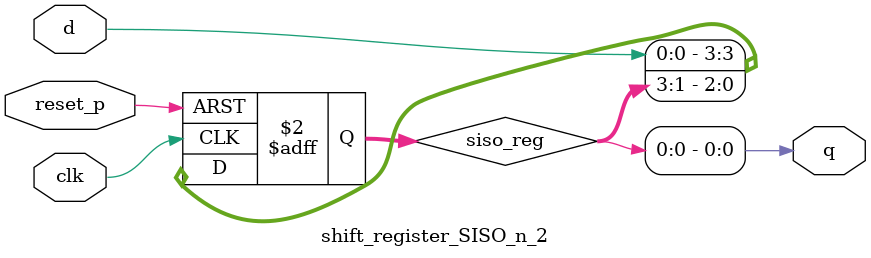
<source format=v>
`timescale 1ns / 1ps


module D_flip_flop(
   input d,
   input clk,
   input reset_p,
   output reg q 
   );

   always @(negedge clk or posedge reset_p) begin
      if(reset_p) begin q = 0; end
      else begin q = d; end
   end

endmodule

module T_flip_flop_n(
   input clk, reset_p,
   input t,
   output reg q
   );

   always @(negedge clk or posedge reset_p) begin
      if (reset_p) begin q=0; end
      else begin 
         if(t) q=~q;
         else q=q;
      end
   end
endmodule

module T_flip_flop_p(
   input clk, reset_p,
   input t,
   output reg q
   );

   always @(posedge clk or posedge reset_p) begin
      if (reset_p) begin q=0; end
      else begin 
         if(t) q=~q;
         else q=q;
      end
   end
endmodule

module down_counter_async( //ºñµ¿±â
   input clk, reset_p,
   output [3:0] count
   ); 
   
   T_flip_flop_p T0 (.clk(clk), .reset_p(reset_p), .t(1), .q(count[0]));
   T_flip_flop_p T1 (.clk(count[0]), .reset_p(reset_p), .t(1), .q(count[1]));
   T_flip_flop_p T2 (.clk(count[1]), .reset_p(reset_p), .t(1), .q(count[2]));
   T_flip_flop_p T3 (.clk(count[3]), .reset_p(reset_p), .t(1), .q(count[3]));
endmodule
   
module up_conter_p(
   input clk,reset_p,
   output reg [15:0] count
   );

   always @(posedge clk, posedge reset_p) begin
      if(reset_p) count=0;
      else count = count +1;
   end
endmodule   
 

module down_conter_p(
   input clk,reset_p, enable,
   output reg [3:0] count
   );

   always @(posedge clk, posedge reset_p) begin
      if(reset_p) count=0;
      else begin 
         if(enable) count = count -1;
         else count = count;
      end
   end
endmodule

module down_conter_Nbit_p #(parameter N = 8) (
   input clk,reset_p, enable,
   output reg [N-1:0] count
   );

   always @(posedge clk, posedge reset_p) begin
      if(reset_p) count=0;
      else begin 
         if(enable) count = count -1;
         else count = count;
      end
   end
endmodule

module bcd_up_conter_p(
   input clk,reset_p,
   output reg [3:0] count
   );

   always @(posedge clk, posedge reset_p) begin
      if(reset_p) count=0;
      else begin
         count = count +1;
         if(count ==10) count =0;
      end
    end
 endmodule
 
 module up_down_counter(
    input clk, reset_p,
    input down_up, //1ÀÏ¶§ downÀÌ¹Ç·Î ¾Õ¿¡ downÀ» Àû¾ú´Ù.0ÀÏ¶§ upÀÌ´Ù.
    output reg [3:0]count
    );
    
    always @(posedge clk or posedge reset_p)begin
       if(reset_p) count=0;
       else begin
          if(down_up) count= count-1;
          else count =count +1;
       end
    end
    
 endmodule
 
module up_down_bcd_counter(  // 10Áø BCD Ä«¿îÅÍ¸¦ »óÇÏÇâ Ä«¿îÅÍ·Î Ç¥Çö
    input clk, reset_p,
    input down_up,  // 1ÀÏ ¶§, °¨¼ÒÀÌ°í 0ÀÏ ¶§, Áõ°¡
    output reg [15:0] count
    );
    
    always @(posedge clk or posedge reset_p)begin
        if (reset_p) count = 0;
        else begin
            if ((down_up ==1) && (count ==0)) count = 9;
            else if ((down_up == 1) && (count !=0)) count = count-1;
            else if ((count == 0) &&(count == 9)) count =0;
            else if ((down_up ==0 ) && (count !=9))count = count + 1;
        end
    end
endmodule

module ring_counter(
    input clk, reset_p,
    output reg [3:0] q);

    always @(posedge clk or posedge reset_p)begin
        if(reset_p) q = 4'b0001;
        else begin
            if(q == 4'b0001) q = 4'b1000;
            else if(q == 4'b1000) q = 4'b0100;
            else if(q == 4'b0100) q = 4'b0010;
            else q = 4'b0001;
            
//            case(q)
//                4'b0001: q = 4'b1000;
//                4'b1000: q = 4'b0100;
//                4'b0100: q = 4'b0010;
//                4'b0010: q = 4'b0001;
//                default: q = 4'b0001;
//            endcase
        end
    end

endmodule
 
module ring_counter_fnd(
   input clk, reset_p,
   output reg [3:0] com
   );
   
   reg[31:0] clk_div; //clkºÐÁÖ
   
   always @(posedge clk) clk_div = clk_div + 1;
   wire clk_div_16;
   edge_detector_n ed( .clk(clk), .reset_p(reset), .cp(clk_div[16]), .p_edge(clk_div_16));
   
      
   always @(posedge clk or posedge reset_p) begin
      if(reset_p) com = 4'b1110;
      else if(clk_div_16)begin      
         case(com)
            4'b1110: com= 4'b1101; 
            4'b1101: com= 4'b1011; 
            4'b1011: com= 4'b0111; 
            4'b0111: com= 4'b1110;
            default  com= 4'b1110;
          endcase
       end
    end
 endmodule
 
 module ring_counter_16( //LED 16°³ 0¹ø ºÎÅÍ 15¹ø±îÁö ¸µÄ«¿îÅÍ¸¦ ÀÌ¿ëÇØ¼­ ¼ø¼­´ë·Î ¼øÈ¯ÇÏ¸ç ÄÑÁö°Ô ÇÏ±â
    input clk, reset_p,
    output reg [15:0] com
    );
    
    reg [31:0]clk_div =0;
    always @(posedge clk) clk_div= clk_div+1;
    
    always @(posedge clk_div[10] or posedge reset_p) begin
       if(reset_p) com = 16'b0000_0000_0000_0000;
       else begin
          case(com)
              
              16'b0000_0000_0000_0001: com = 16'b0000_0000_0000_0010;
              16'b0000_0000_0000_0010: com = 16'b0000_0000_0000_0100;
              16'b0000_0000_0000_0100: com = 16'b0000_0000_0000_1000;
              
              16'b0000_0000_0000_1000: com = 16'b0000_0000_0001_0000;
              16'b0000_0000_0001_0000: com = 16'b0000_0000_0010_0000;
              16'b0000_0000_0010_0000: com = 16'b0000_0000_0100_0000;
              16'b0000_0000_0100_0000: com = 16'b0000_0000_1000_0000;
              
              16'b0000_0000_1000_0000: com = 16'b0000_0001_0000_0000;
              16'b0000_0001_0000_0000: com = 16'b0000_0010_0000_0000;
              16'b0000_0010_0000_0000: com = 16'b0000_0100_0000_0000;
              16'b0000_0100_0000_0000: com = 16'b0000_1000_0000_0000;
              
              16'b0000_1000_0000_0000: com = 16'b0001_0000_0000_0000;
              16'b0001_0000_0000_0000: com = 16'b0010_0000_0000_0000;
              16'b0010_0000_0000_0000: com = 16'b0100_0000_0000_0000;
              16'b0100_0000_0000_0000: com = 16'b1000_0000_0000_0000;
              16'b1000_0000_0000_0000: com = 16'b0000_0000_0000_0001;
              default com = 16'b0000_0000_0000_0000;
          endcase
       end
    end
 endmodule
 
 module ring_counter_led( //LED 16°³ 0¹ø ºÎÅÍ 15¹ø±îÁö ¸µÄ«¿îÅÍ¸¦ ÀÌ¿ëÇØ¼­ ¼ø¼­´ë·Î ¼øÈ¯ÇÏ¸ç ÄÑÁö°Ô ÇÏ±â
    input clk, reset_p,
    output reg [15:0] count
    );
        
    wire  posedge_clk_24;     
    reg [31:0]clk_div =0; //´Ù¸¥ always¹®¿¡¼­ °°Àº º¯¼ö¸¦ Á¶Á¾ÇÏ·Á°íÇÏ¸é ¾ÈµÈ´Ù. ¿À·ù³ª°í..´Ù¸¥ ¿Ã¿þÀÌÁî¹®¿¡ =0ÇØ³ùÀ¸¸é Á¢Áö ¿¬°á µÇ¾î ÀÖ¾î¼­°ªÀÌ ¾È¶á´Ù. 
    always @(posedge clk) clk_div= clk_div+1;
    
    always @(posedge clk_div[22] or posedge reset_p) begin
       if(reset_p) count = 16'b0000_0000_0000_0001;
       else count = {count[14:0], count[15]}; end

    edge_detector_n ed(.clk(clk), .reset_p(reset_p), .cp(clk_div[20]), .p_edge(posedge_clk_div_24));
       
 endmodule
 
module edge_detector_n(
   input clk, reset_p, 
   input cp,
   output p_edge, n_edge);
   
   reg ff_cur, ff_old;
   
   always @(negedge clk or posedge reset_p) begin
      if(reset_p) begin
         ff_cur=0;
         ff_old=0;
      end
      else begin //blcoking¾Õ¿¡ ÄÚµå ½ÇÇàµÇ´Âµ¿¾È µÚÀÇÄÚµå¸¦ ¸øÇÏ°Ô ¸·´Â°Í  nonblocking µ¿½Ã¿¡ µ¿ÀÛ º´·Ä·Î µ¿ÀÛ
         ff_cur<=cp; //Áö±Ý ±×³É =´Â ºí·°Å·¹® <=ÇÏ¸é ³íºí·°Å· always¹®¾È¿¡¼­ º´·ÄÀÎÁö Á÷·ÄÀÎÁö »ý°¢ÇÏ
         ff_old<= ff_cur;
      end
   end
   
   assign p_edge = ({ff_cur,ff_old} == 2'b10) ? 1 : 0;
   assign n_edge = ({ff_cur,ff_old} == 2'b01) ? 1 : 0;
endmodule

module edge_detector_p(
   input clk, reset_p, 
   input cp,
   output p_edge, n_edge);
   
   reg ff_cur, ff_old;
   
   always @(negedge clk or posedge reset_p) begin
      if(reset_p) begin
         ff_cur=0;
         ff_old=0;
      end
      else begin //blcoking¾Õ¿¡ ÄÚµå ½ÇÇàµÇ´Âµ¿¾È µÚÀÇÄÚµå¸¦ ¸øÇÏ°Ô ¸·´Â°Í  nonblocking µ¿½Ã¿¡ µ¿ÀÛ º´·Ä·Î µ¿ÀÛ
         ff_cur<=cp; //Áö±Ý ±×³É =´Â ºí·°Å·¹® <=ÇÏ¸é ³íºí·°Å· always¹®¾È¿¡¼­ º´·ÄÀÎÁö Á÷·ÄÀÎÁö »ý°¢ÇÏ
         ff_old<= ff_cur;
      end
   end
   
   assign p_edge = ({ff_cur,ff_old} == 2'b10) ? 1 : 0;
   assign n_edge = ({ff_cur,ff_old} == 2'b01) ? 1 : 0;
endmodule

module shift_register_PISO(
   input clk,reset_p,
   input [3:0]d,
   input shift_load, //¾Õ¿¡ ÀÖ´Â °Ç 1, µÚ¿¡ÀÖ´Â°Ô 0ÀÏ¶§ È°¼ºÈ­
   output q);
   
   reg [3:0] piso_reg;
   
   always @(posedge clk or posedge reset_p)begin
      if(reset_p) piso_reg=0;
      else begin
         if (shift_load) piso_reg = {1'b0, piso_reg[3:1]};
         else piso_reg = d; 
      end
   end

   assign q= piso_reg[0];
endmodule

module register_Nbit_p #(parameter N=8)( //º´·Ä ÀÔ·Â, º´·Ä Ãâ·Â
   input clk, reset_p,
   input [N-1:0] d,
   input wr_en, rd_en,
   output [N-1:0] q
   );

   reg [N-1:0] register;
   always @(posedge clk or posedge reset_p)begin
      if(reset_p) register =0;
      else if(wr_en) register =d;
   end
   assign q = rd_en? register: 'bz ;
endmodule

module sram_8bit_1024(
   input clk,// memory´Â resetÀÌ ¾ø´Ù. ¾Æ´Ï¸é ²°´Ù°¡ Å°±â
   input wr_en, rd_en,
   input [9:0]addr,
   inout [7:0] data //inout <<input, output µÑ´Ù °¡´ÉÇÏ´Ù. µ¥ÀÌÅÍ ÀÔÃâ·ÂÀ» °°Àº ¼±À» ¾´´Ù.
                    //Ãâ·ÂÇÏÁö ¾ÊÀ» ¶§´Â ¹Ýµå½Ã ÀÓÇÇ´ø½º·Î Ãâ·ÂÀ» ²÷¾îÁØ´Ù.   
   );

   reg [7:0]mem[0:1023];//¾Õ¿¡´Â ºñÆ®¼ö ¼±¾ð, µÚ¿¡´Â ¸î°³ ¸¸µéÁö ¹è¿­ ¼±¾ð(=8ºñÆ® ¸Þ¸ð¸® 1024°³ ¸¸µé±â)
   
   always@(posedge clk) begin
      if(wr_en) mem[addr]<= data;
   end
   
   assign data = rd_en ? mem[addr] : 'bz;
endmodule
module D_flip_flop_n(
    input d,
    input clk, 
    input reset_p,
    output reg q);
    
    always @(negedge clk or posedge reset_p) begin
        if(reset_p) begin q = 0; end
        else begin q = d; end
    end

endmodule

module D_flip_flop_p(
    input d,
    input clk, 
    input reset_p,
    output reg q);
    
    always @(posedge clk or posedge reset_p) begin
        if(reset_p) begin q = 0; end
        else begin q = d; end
    end

endmodule


module up_counter_asyc(
    input clk, reset_p,
    output [3:0] count);

    T_flip_flop_n T0(.clk(clk), .reset_p(reset_p), .t(1), .q(count[0]));
    T_flip_flop_n T1(.clk(count[0]), .reset_p(reset_p), .t(1), .q(count[1]));
    T_flip_flop_n T2(.clk(count[1]), .reset_p(reset_p), .t(1), .q(count[2]));
    T_flip_flop_n T3(.clk(count[2]), .reset_p(reset_p), .t(1), .q(count[3]));

endmodule

module down_counter_asyc(
    input clk, reset_p,
    output [3:0] count);

    T_flip_flop_p T0(.clk(clk), .reset_p(reset_p), .t(1), .q(count[0]));
    T_flip_flop_p T1(.clk(count[0]), .reset_p(reset_p), .t(1), .q(count[1]));
    T_flip_flop_p T2(.clk(count[1]), .reset_p(reset_p), .t(1), .q(count[2]));
    T_flip_flop_p T3(.clk(count[2]), .reset_p(reset_p), .t(1), .q(count[3]));

endmodule


module up_counter_p(
    input clk, reset_p, enable,
    output reg [3:0] count);

    always @(posedge clk, posedge reset_p)begin
        if(reset_p) count = 0;
        else begin
            if (enable) count = count + 1;
            else count = count;
        end
    end

endmodule

module down_counter_p(
    input clk, reset_p, enable,
    output reg [3:0] count);

    always @(posedge clk, posedge reset_p)begin
        if(reset_p) count = 0;
        else begin
            if (enable) count = count - 1;
            else count = count;
        end
    end

endmodule

module down_counter_Nbit_p #(parameter N = 8)(
    input clk, reset_p, enable,
    output reg [N-1:0] count);

    always @(posedge clk, posedge reset_p)begin
        if(reset_p) count = 0;
        else begin
            if (enable) count = count - 1;
            else count = count;
        end
    end

endmodule

module bcd_up_counter_p(
    input clk, reset_p,
    output reg [3:0] count);

    always @(posedge clk, posedge reset_p)begin
        if(reset_p) count = 0;
        else begin
            count = count + 1;
            if(count >= 10) count = 0;
        end
    end

endmodule

  


module shift_register_SISO_n(
    input clk, reset_p,
    input d,
    output q);
    
    reg [3:0] siso_reg;

    always @(negedge clk or posedge reset_p)begin
        if(reset_p) siso_reg <= 0;
        else begin
            siso_reg[3] <= d;
            siso_reg[2] <= siso_reg[3];
            siso_reg[1] <= siso_reg[2];
            siso_reg[0] <= siso_reg[1];
        end
    end
    assign q = siso_reg[0];
endmodule 

module shift_register_SIPO_n(
    input clk, reset_p,
    input d,
    input rd_en,
    output [3:0] q);

    reg [3:0] sipo_reg;
    
    always @(negedge clk or posedge reset_p)begin
        if(reset_p)begin
            sipo_reg = 0;
        end
        else begin
            sipo_reg = {d, sipo_reg[3:1]};
        end
    end
    
    assign q = rd_en ? sipo_reg : 4'bz;
//    bufif1 (q[0], sipo_reg[0], rd_en);
//    bufif1 (q[1], sipo_reg[1], rd_en);
//    bufif1 (q[2], sipo_reg[2], rd_en);
//    bufif1 (q[3], sipo_reg[3], rd_en);
endmodule


module shift_register_SIPO_n_2(
   input clk, reset_p,
   input d,
   input rd_en,
   output [3:0] q);
   
   reg [3:0] sipo_reg;
   
   always@(negedge clk or posedge reset_p ) begin
      if(reset_p) 
         begin sipo_reg =0; end
      else begin
         sipo_reg ={d, sipo_reg[3:1]};
      end   
   end
   
   assign q= rd_en? sipo_reg:4'bz;//»ï»ó¹öÆÛ
   //primitive_gate
//   bufif1(q[0], sipo_reg[0], rd_en);
//   bufif1(q[1], sipo_reg[1], rd_en);
//   bufif1(q[2], sipo_reg[2], rd_en);
//   bufif1(q[3], sipo_reg[3], rd_en);//1¿¡¼­ È°¼ºÈ­ µÇ´Â »ï»ó¹öÆÛ
   
   //»ï»ó¹öÆÛ ¼ø¼­°¡ Á¤ÇØÁ®ÀÖÀ½, Ãâ·Â ·¹Áö½ºÅÍ ÀÎ¿¡ÀÌºí,1¿¡¼­ È°¼ºÈ­ µÇ´Â ¤²ÆÛ
endmodule //ÁÖ·Î Åë½ÅÇÒ¶§ ¾¸ ½Ã¸®¾óÅë½ÅÇÒ¶§ ¼ö½ÅÄ¨ ¹Ý´ë´Â ¼Û½ÅÇÒ¶§ , ¸Þ¸ð¸®´Â º´·ÄÀÔ·Â º´·ÄÃâ·Â

module shift_register_SISO_n_2(
   input clk, reset_p,
   input d,
   output q);

   reg [3:0] siso_reg;

   always @(negedge clk or posedge reset_p)begin
      if(reset_p) siso_reg <= 0;
      else begin
         siso_reg[3]<= d; //nonblocking ¹®À¸·Î »ç¿ëÇØ¾ßÇÑ´Ù.
         siso_reg[2]<= siso_reg[3];
         siso_reg[1]<= siso_reg[2];
         siso_reg[0]<= siso_reg[1];
      end
   end

   assign q= siso_reg[0];

endmodule


</source>
